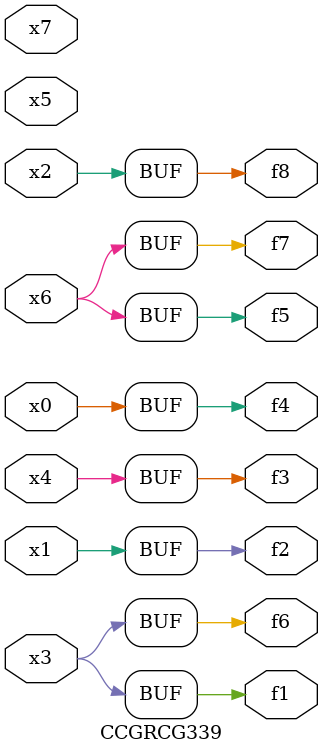
<source format=v>
module CCGRCG339(
	input x0, x1, x2, x3, x4, x5, x6, x7,
	output f1, f2, f3, f4, f5, f6, f7, f8
);
	assign f1 = x3;
	assign f2 = x1;
	assign f3 = x4;
	assign f4 = x0;
	assign f5 = x6;
	assign f6 = x3;
	assign f7 = x6;
	assign f8 = x2;
endmodule

</source>
